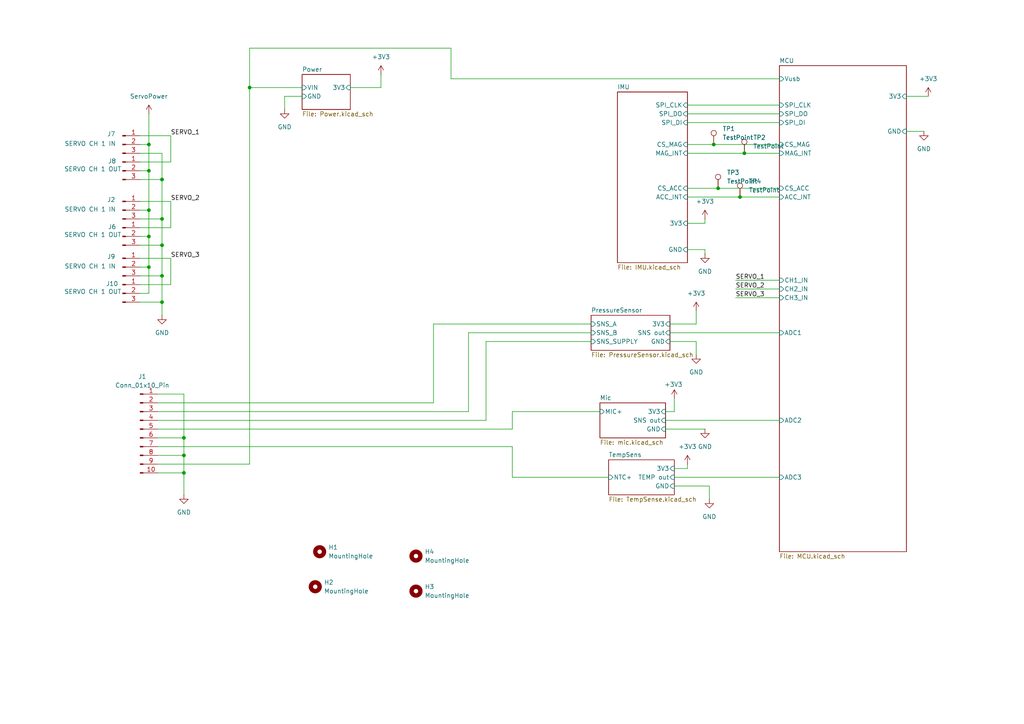
<source format=kicad_sch>
(kicad_sch (version 20250114) (generator "eeschema") (generator_version "9.0")
  (paper "A4")
  (lib_symbols
    (symbol "Connector:Conn_01x03_Pin" (pin_names (offset 1.016) (hide yes))
      (property "Reference" "J" (at 0 5.08 0))
      (property "Value" "Conn_01x03_Pin" (at 0 -5.08 0))
      (symbol "Conn_01x03_Pin_1_1"
        (rectangle (start 0.8636 2.667) (end 0 2.413) (stroke (width 0.1524)) (fill (type outline)))
        (rectangle (start 0.8636 0.127) (end 0 -0.127) (stroke (width 0.1524)) (fill (type outline)))
        (rectangle (start 0.8636 -2.413) (end 0 -2.667) (stroke (width 0.1524)) (fill (type outline)))
        (polyline (pts (xy 1.27 2.54) (xy 0.8636 2.54)) (stroke (width 0.1524)))
        (polyline (pts (xy 1.27 0) (xy 0.8636 0)) (stroke (width 0.1524)))
        (polyline (pts (xy 1.27 -2.54) (xy 0.8636 -2.54)) (stroke (width 0.1524)))
        (pin passive line (at 5.08 2.54 180) (length 3.81) (name "Pin_1") (number "1"))
        (pin passive line (at 5.08 0 180) (length 3.81) (name "Pin_2") (number "2"))
        (pin passive line (at 5.08 -2.54 180) (length 3.81) (name "Pin_3") (number "3"))
      )
    )
    (symbol "Connector:Conn_01x10_Pin" (pin_names (offset 1.016) (hide yes))
      (property "Reference" "J" (at 0 12.7 0))
      (property "Value" "Conn_01x10_Pin" (at 0 -15.24 0))
      (symbol "Conn_01x10_Pin_1_1"
        (rectangle (start 0.8636 10.287) (end 0 10.033) (stroke (width 0.1524)) (fill (type outline)))
        (rectangle (start 0.8636 7.747) (end 0 7.493) (stroke (width 0.1524)) (fill (type outline)))
        (rectangle (start 0.8636 5.207) (end 0 4.953) (stroke (width 0.1524)) (fill (type outline)))
        (rectangle (start 0.8636 2.667) (end 0 2.413) (stroke (width 0.1524)) (fill (type outline)))
        (rectangle (start 0.8636 0.127) (end 0 -0.127) (stroke (width 0.1524)) (fill (type outline)))
        (rectangle (start 0.8636 -2.413) (end 0 -2.667) (stroke (width 0.1524)) (fill (type outline)))
        (rectangle (start 0.8636 -4.953) (end 0 -5.207) (stroke (width 0.1524)) (fill (type outline)))
        (rectangle (start 0.8636 -7.493) (end 0 -7.747) (stroke (width 0.1524)) (fill (type outline)))
        (rectangle (start 0.8636 -10.033) (end 0 -10.287) (stroke (width 0.1524)) (fill (type outline)))
        (rectangle (start 0.8636 -12.573) (end 0 -12.827) (stroke (width 0.1524)) (fill (type outline)))
        (polyline (pts (xy 1.27 10.16) (xy 0.8636 10.16)) (stroke (width 0.1524)))
        (polyline (pts (xy 1.27 7.62) (xy 0.8636 7.62)) (stroke (width 0.1524)))
        (polyline (pts (xy 1.27 5.08) (xy 0.8636 5.08)) (stroke (width 0.1524)))
        (polyline (pts (xy 1.27 2.54) (xy 0.8636 2.54)) (stroke (width 0.1524)))
        (polyline (pts (xy 1.27 0) (xy 0.8636 0)) (stroke (width 0.1524)))
        (polyline (pts (xy 1.27 -2.54) (xy 0.8636 -2.54)) (stroke (width 0.1524)))
        (polyline (pts (xy 1.27 -5.08) (xy 0.8636 -5.08)) (stroke (width 0.1524)))
        (polyline (pts (xy 1.27 -7.62) (xy 0.8636 -7.62)) (stroke (width 0.1524)))
        (polyline (pts (xy 1.27 -10.16) (xy 0.8636 -10.16)) (stroke (width 0.1524)))
        (polyline (pts (xy 1.27 -12.7) (xy 0.8636 -12.7)) (stroke (width 0.1524)))
        (pin passive line (at 5.08 10.16 180) (length 3.81) (name "Pin_1") (number "1"))
        (pin passive line (at 5.08 7.62 180) (length 3.81) (name "Pin_2") (number "2"))
        (pin passive line (at 5.08 5.08 180) (length 3.81) (name "Pin_3") (number "3"))
        (pin passive line (at 5.08 2.54 180) (length 3.81) (name "Pin_4") (number "4"))
        (pin passive line (at 5.08 0 180) (length 3.81) (name "Pin_5") (number "5"))
        (pin passive line (at 5.08 -2.54 180) (length 3.81) (name "Pin_6") (number "6"))
        (pin passive line (at 5.08 -5.08 180) (length 3.81) (name "Pin_7") (number "7"))
        (pin passive line (at 5.08 -7.62 180) (length 3.81) (name "Pin_8") (number "8"))
        (pin passive line (at 5.08 -10.16 180) (length 3.81) (name "Pin_9") (number "9"))
        (pin passive line (at 5.08 -12.7 180) (length 3.81) (name "Pin_10") (number "10"))
      )
    )
    (symbol "Connector:TestPoint" (pin_numbers (hide yes)) (pin_names (offset 0.762) (hide yes))
      (property "Reference" "TP" (at 0 6.858 0))
      (property "Value" "TestPoint" (at 0 5.08 0))
      (symbol "TestPoint_0_1"
        (circle (center 0 3.302) (radius 0.762))
      )
      (symbol "TestPoint_1_1"
        (pin passive line (at 0 0 90) (length 2.54) (name "1") (number "1"))
      )
    )
    (symbol "Mechanical:MountingHole" (pin_names (offset 1.016)) (in_bom no)
      (property "Reference" "H" (at 0 5.08 0))
      (property "Value" "MountingHole" (at 0 3.175 0))
      (symbol "MountingHole_0_1"
        (circle (center 0 0) (radius 1.27) (stroke (width 1.27)))
      )
    )
    (symbol "power:+3V3" (power) (pin_numbers (hide yes)) (pin_names (offset 0) (hide yes))
      (property "Value" "+3V3" (at 0 3.556 0))
      (symbol "+3V3_0_1"
        (polyline (pts (xy -0.762 1.27) (xy 0 2.54)))
        (polyline (pts (xy 0 2.54) (xy 0.762 1.27)))
        (polyline (pts (xy 0 0) (xy 0 2.54)))
      )
      (symbol "+3V3_1_1"
        (pin power_in line (at 0 0 90) (length 0) (name "~") (number "1"))
      )
    )
    (symbol "power:GND" (power) (pin_numbers (hide yes)) (pin_names (offset 0) (hide yes))
      (property "Value" "GND" (at 0 -3.81 0))
      (symbol "GND_0_1"
        (polyline (pts (xy 0 0) (xy 0 -1.27) (xy 1.27 -1.27) (xy 0 -2.54) (xy -1.27 -1.27) (xy 0 -1.27)))
      )
      (symbol "GND_1_1"
        (pin power_in line (at 0 0 270) (length 0) (name "~") (number "1"))
      )
    )
  )
  (junction (at 43.18 68.58))
  (junction (at 46.99 71.12))
  (junction (at 46.99 52.07))
  (junction (at 43.18 77.47))
  (junction (at 215.9 44.45))
  (junction (at 214.63 57.15))
  (junction (at 43.18 49.53))
  (junction (at 46.99 87.63))
  (junction (at 53.34 137.16))
  (junction (at 46.99 63.5))
  (junction (at 53.34 132.08))
  (junction (at 207.01 41.91))
  (junction (at 46.99 80.01))
  (junction (at 53.34 127))
  (junction (at 43.18 60.96))
  (junction (at 208.28 54.61))
  (junction (at 43.18 41.91))
  (junction (at 72.39 25.4))
  (wire (pts (xy 46.99 80.01) (xy 46.99 87.63)))
  (wire (pts (xy 53.34 132.08) (xy 53.34 137.16)))
  (wire (pts (xy 40.64 71.12) (xy 46.99 71.12)))
  (wire (pts (xy 199.39 33.02) (xy 226.06 33.02)))
  (wire (pts (xy 199.39 41.91) (xy 207.01 41.91)))
  (wire (pts (xy 43.18 60.96) (xy 43.18 68.58)))
  (wire (pts (xy 45.72 134.62) (xy 72.39 134.62)))
  (wire (pts (xy 215.9 44.45) (xy 226.06 44.45)))
  (wire (pts (xy 40.64 52.07) (xy 46.99 52.07)))
  (wire (pts (xy 204.47 72.39) (xy 204.47 73.66)))
  (wire (pts (xy 40.64 46.99) (xy 49.53 46.99)))
  (wire (pts (xy 130.81 22.86) (xy 130.81 13.97)))
  (wire (pts (xy 49.53 39.37) (xy 40.64 39.37)))
  (wire (pts (xy 201.93 99.06) (xy 194.31 99.06)))
  (wire (pts (xy 194.31 96.52) (xy 226.06 96.52)))
  (wire (pts (xy 201.93 102.87) (xy 201.93 99.06)))
  (wire (pts (xy 205.74 144.78) (xy 205.74 140.97)))
  (wire (pts (xy 125.73 93.98) (xy 125.73 116.84)))
  (wire (pts (xy 194.31 93.98) (xy 201.93 93.98)))
  (wire (pts (xy 46.99 71.12) (xy 46.99 80.01)))
  (wire (pts (xy 195.58 138.43) (xy 226.06 138.43)))
  (wire (pts (xy 195.58 135.89) (xy 199.39 135.89)))
  (wire (pts (xy 43.18 33.02) (xy 43.18 41.91)))
  (wire (pts (xy 193.04 124.46) (xy 204.47 124.46)))
  (wire (pts (xy 213.36 83.82) (xy 226.06 83.82)))
  (wire (pts (xy 40.64 44.45) (xy 46.99 44.45)))
  (wire (pts (xy 193.04 119.38) (xy 195.58 119.38)))
  (wire (pts (xy 148.59 138.43) (xy 176.53 138.43)))
  (wire (pts (xy 125.73 116.84) (xy 45.72 116.84)))
  (wire (pts (xy 82.55 27.94) (xy 82.55 31.75)))
  (wire (pts (xy 46.99 87.63) (xy 46.99 91.44)))
  (wire (pts (xy 213.36 86.36) (xy 226.06 86.36)))
  (wire (pts (xy 110.49 21.59) (xy 110.49 25.4)))
  (wire (pts (xy 40.64 49.53) (xy 43.18 49.53)))
  (wire (pts (xy 171.45 96.52) (xy 135.89 96.52)))
  (wire (pts (xy 40.64 80.01) (xy 46.99 80.01)))
  (wire (pts (xy 43.18 85.09) (xy 40.64 85.09)))
  (wire (pts (xy 195.58 119.38) (xy 195.58 115.57)))
  (wire (pts (xy 45.72 129.54) (xy 148.59 129.54)))
  (wire (pts (xy 205.74 140.97) (xy 195.58 140.97)))
  (wire (pts (xy 43.18 41.91) (xy 43.18 49.53)))
  (wire (pts (xy 43.18 77.47) (xy 43.18 85.09)))
  (wire (pts (xy 40.64 87.63) (xy 46.99 87.63)))
  (wire (pts (xy 49.53 46.99) (xy 49.53 39.37)))
  (wire (pts (xy 40.64 77.47) (xy 43.18 77.47)))
  (wire (pts (xy 193.04 121.92) (xy 226.06 121.92)))
  (wire (pts (xy 171.45 93.98) (xy 125.73 93.98)))
  (wire (pts (xy 140.97 121.92) (xy 45.72 121.92)))
  (wire (pts (xy 148.59 119.38) (xy 173.99 119.38)))
  (wire (pts (xy 199.39 72.39) (xy 204.47 72.39)))
  (wire (pts (xy 199.39 135.89) (xy 199.39 134.62)))
  (wire (pts (xy 87.63 27.94) (xy 82.55 27.94)))
  (wire (pts (xy 45.72 124.46) (xy 148.59 124.46)))
  (wire (pts (xy 110.49 25.4) (xy 101.6 25.4)))
  (wire (pts (xy 208.28 54.61) (xy 226.06 54.61)))
  (wire (pts (xy 214.63 57.15) (xy 226.06 57.15)))
  (wire (pts (xy 46.99 52.07) (xy 46.99 63.5)))
  (wire (pts (xy 45.72 132.08) (xy 53.34 132.08)))
  (wire (pts (xy 148.59 124.46) (xy 148.59 119.38)))
  (wire (pts (xy 199.39 35.56) (xy 226.06 35.56)))
  (wire (pts (xy 45.72 127) (xy 53.34 127)))
  (wire (pts (xy 53.34 127) (xy 53.34 132.08)))
  (wire (pts (xy 140.97 99.06) (xy 140.97 121.92)))
  (wire (pts (xy 171.45 99.06) (xy 140.97 99.06)))
  (wire (pts (xy 207.01 41.91) (xy 226.06 41.91)))
  (wire (pts (xy 130.81 13.97) (xy 72.39 13.97)))
  (wire (pts (xy 199.39 30.48) (xy 226.06 30.48)))
  (wire (pts (xy 43.18 49.53) (xy 43.18 60.96)))
  (wire (pts (xy 45.72 137.16) (xy 53.34 137.16)))
  (wire (pts (xy 46.99 63.5) (xy 46.99 71.12)))
  (wire (pts (xy 204.47 64.77) (xy 204.47 63.5)))
  (wire (pts (xy 40.64 74.93) (xy 49.53 74.93)))
  (wire (pts (xy 40.64 41.91) (xy 43.18 41.91)))
  (wire (pts (xy 49.53 74.93) (xy 49.53 82.55)))
  (wire (pts (xy 199.39 54.61) (xy 208.28 54.61)))
  (wire (pts (xy 72.39 13.97) (xy 72.39 25.4)))
  (wire (pts (xy 53.34 114.3) (xy 53.34 127)))
  (wire (pts (xy 262.89 27.94) (xy 269.24 27.94)))
  (wire (pts (xy 213.36 81.28) (xy 226.06 81.28)))
  (wire (pts (xy 40.64 68.58) (xy 43.18 68.58)))
  (wire (pts (xy 226.06 22.86) (xy 130.81 22.86)))
  (wire (pts (xy 40.64 66.04) (xy 49.53 66.04)))
  (wire (pts (xy 135.89 119.38) (xy 45.72 119.38)))
  (wire (pts (xy 46.99 44.45) (xy 46.99 52.07)))
  (wire (pts (xy 40.64 60.96) (xy 43.18 60.96)))
  (wire (pts (xy 40.64 82.55) (xy 49.53 82.55)))
  (wire (pts (xy 45.72 114.3) (xy 53.34 114.3)))
  (wire (pts (xy 135.89 96.52) (xy 135.89 119.38)))
  (wire (pts (xy 199.39 44.45) (xy 215.9 44.45)))
  (wire (pts (xy 53.34 137.16) (xy 53.34 143.51)))
  (wire (pts (xy 40.64 63.5) (xy 46.99 63.5)))
  (wire (pts (xy 49.53 66.04) (xy 49.53 58.42)))
  (wire (pts (xy 49.53 58.42) (xy 40.64 58.42)))
  (wire (pts (xy 43.18 68.58) (xy 43.18 77.47)))
  (wire (pts (xy 148.59 129.54) (xy 148.59 138.43)))
  (wire (pts (xy 262.89 38.1) (xy 267.97 38.1)))
  (wire (pts (xy 201.93 93.98) (xy 201.93 90.17)))
  (wire (pts (xy 199.39 64.77) (xy 204.47 64.77)))
  (wire (pts (xy 72.39 134.62) (xy 72.39 25.4)))
  (wire (pts (xy 199.39 57.15) (xy 214.63 57.15)))
  (wire (pts (xy 72.39 25.4) (xy 87.63 25.4)))
  (label "SERVO_3" (at 49.53 74.93 0))
  (label "SERVO_2" (at 49.53 58.42 0))
  (label "SERVO_2" (at 213.36 83.82 0))
  (label "SERVO_1" (at 213.36 81.28 0))
  (label "SERVO_1" (at 49.53 39.37 0))
  (label "SERVO_3" (at 213.36 86.36 0))
  (symbol (lib_id "power:+3V3") (at 269.24 27.94 0) (unit 1)
    (property "Reference" "#PWR054" (effects (hide yes)))
    (property "Value" "+3V3" (at 269.24 22.86 0))
    (property "Description" "Power symbol creates a global label with name \"+3V3\"" (effects (hide yes)))
  )
  (symbol (lib_id "power:GND") (at 82.55 31.75 0) (unit 1)
    (property "Reference" "#PWR052" (effects (hide yes)))
    (property "Value" "GND" (at 82.55 36.83 0))
    (property "Description" "Power symbol creates a global label with name \"GND\" , ground" (effects (hide yes)))
  )
  (symbol (lib_id "power:GND") (at 201.93 102.87 0) (unit 1)
    (property "Reference" "#PWR047" (effects (hide yes)))
    (property "Value" "GND" (at 201.93 107.95 0))
    (property "Description" "Power symbol creates a global label with name \"GND\" , ground" (effects (hide yes)))
  )
  (symbol (lib_id "Mechanical:MountingHole") (at 92.71 160.02 0) (unit 1) (in_bom no)
    (property "Reference" "H1" (at 95.25 158.7499 0) (effects (justify left)))
    (property "Value" "MountingHole" (at 95.25 161.2899 0) (effects (justify left)))
    (property "Footprint" "MountingHole:MountingHole_3.2mm_M3" (effects (hide yes)))
    (property "Description" "Mounting Hole without connection" (effects (hide yes)))
  )
  (symbol (lib_id "power:GND") (at 53.34 143.51 0) (unit 1)
    (property "Reference" "#PWR060" (effects (hide yes)))
    (property "Value" "GND" (at 53.34 148.59 0))
    (property "Description" "Power symbol creates a global label with name \"GND\" , ground" (effects (hide yes)))
  )
  (symbol (lib_id "Connector:Conn_01x10_Pin") (at 40.64 124.46 0) (unit 1)
    (property "Reference" "J1" (at 41.275 109.22 0))
    (property "Value" "Conn_01x10_Pin" (at 41.275 111.76 0))
    (property "Footprint" "Connector_PinSocket_2.54mm:PinSocket_1x10_P2.54mm_Vertical" (effects (hide yes)))
    (property "Description" "Generic connector, single row, 01x10, script generated" (effects (hide yes)))
  )
  (symbol (lib_id "power:GND") (at 204.47 124.46 0) (unit 1)
    (property "Reference" "#PWR048" (effects (hide yes)))
    (property "Value" "GND" (at 204.47 129.54 0))
    (property "Description" "Power symbol creates a global label with name \"GND\" , ground" (effects (hide yes)))
  )
  (symbol (lib_id "power:+3V3") (at 204.47 63.5 0) (unit 1)
    (property "Reference" "#PWR053" (effects (hide yes)))
    (property "Value" "+3V3" (at 204.47 58.42 0))
    (property "Description" "Power symbol creates a global label with name \"+3V3\"" (effects (hide yes)))
  )
  (symbol (lib_id "power:GND") (at 204.47 73.66 0) (unit 1)
    (property "Reference" "#PWR050" (effects (hide yes)))
    (property "Value" "GND" (at 204.47 78.74 0))
    (property "Description" "Power symbol creates a global label with name \"GND\" , ground" (effects (hide yes)))
  )
  (symbol (lib_id "Connector:Conn_01x03_Pin") (at 35.56 60.96 0) (unit 1)
    (property "Reference" "J2" (at 32.258 57.912 0))
    (property "Value" "SERVO CH 1 IN" (at 26.162 60.706 0))
    (property "Footprint" "Connector_PinHeader_2.54mm:PinHeader_1x03_P2.54mm_Vertical" (effects (hide yes)))
    (property "Description" "Generic connector, single row, 01x03, script generated" (effects (hide yes)))
  )
  (symbol (lib_id "Connector:TestPoint") (at 207.01 41.91 0) (unit 1)
    (property "Reference" "TP1" (at 209.55 37.3379 0) (effects (justify left)))
    (property "Value" "TestPoint" (at 209.55 39.8779 0) (effects (justify left)))
    (property "Footprint" "TestPoint:TestPoint_Pad_1.0x1.0mm" (effects (hide yes)))
    (property "Description" "test point" (effects (hide yes)))
  )
  (symbol (lib_id "power:+3V3") (at 201.93 90.17 0) (unit 1)
    (property "Reference" "#PWR055" (effects (hide yes)))
    (property "Value" "+3V3" (at 201.93 85.09 0))
    (property "Description" "Power symbol creates a global label with name \"+3V3\"" (effects (hide yes)))
  )
  (symbol (lib_id "power:GND") (at 267.97 38.1 0) (unit 1)
    (property "Reference" "#PWR051" (effects (hide yes)))
    (property "Value" "GND" (at 267.97 43.18 0))
    (property "Description" "Power symbol creates a global label with name \"GND\" , ground" (effects (hide yes)))
  )
  (symbol (lib_id "Mechanical:MountingHole") (at 120.65 171.45 0) (unit 1) (in_bom no)
    (property "Reference" "H3" (at 123.19 170.1799 0) (effects (justify left)))
    (property "Value" "MountingHole" (at 123.19 172.7199 0) (effects (justify left)))
    (property "Footprint" "MountingHole:MountingHole_3.2mm_M3" (effects (hide yes)))
    (property "Description" "Mounting Hole without connection" (effects (hide yes)))
  )
  (symbol (lib_id "Connector:Conn_01x03_Pin") (at 35.56 41.91 0) (unit 1)
    (property "Reference" "J7" (at 32.258 38.862 0))
    (property "Value" "SERVO CH 1 IN" (at 26.162 41.656 0))
    (property "Footprint" "Connector_PinHeader_2.54mm:PinHeader_1x03_P2.54mm_Vertical" (effects (hide yes)))
    (property "Description" "Generic connector, single row, 01x03, script generated" (effects (hide yes)))
  )
  (symbol (lib_id "Connector:TestPoint") (at 214.63 57.15 0) (unit 1)
    (property "Reference" "TP4" (at 217.17 52.5779 0) (effects (justify left)))
    (property "Value" "TestPoint" (at 217.17 55.1179 0) (effects (justify left)))
    (property "Footprint" "TestPoint:TestPoint_Pad_1.0x1.0mm" (effects (hide yes)))
    (property "Description" "test point" (effects (hide yes)))
  )
  (symbol (lib_id "Mechanical:MountingHole") (at 120.65 161.29 0) (unit 1) (in_bom no)
    (property "Reference" "H4" (at 123.19 160.0199 0) (effects (justify left)))
    (property "Value" "MountingHole" (at 123.19 162.5599 0) (effects (justify left)))
    (property "Footprint" "MountingHole:MountingHole_3.2mm_M3" (effects (hide yes)))
    (property "Description" "Mounting Hole without connection" (effects (hide yes)))
  )
  (symbol (lib_id "power:GND") (at 46.99 91.44 0) (unit 1)
    (property "Reference" "#PWR059" (effects (hide yes)))
    (property "Value" "GND" (at 46.99 96.52 0))
    (property "Description" "Power symbol creates a global label with name \"GND\" , ground" (effects (hide yes)))
  )
  (symbol (lib_id "Connector:TestPoint") (at 208.28 54.61 0) (unit 1)
    (property "Reference" "TP3" (at 210.82 50.0379 0) (effects (justify left)))
    (property "Value" "TestPoint" (at 210.82 52.5779 0) (effects (justify left)))
    (property "Footprint" "TestPoint:TestPoint_Pad_1.0x1.0mm" (effects (hide yes)))
    (property "Description" "test point" (effects (hide yes)))
  )
  (symbol (lib_id "power:+3V3") (at 43.18 33.02 0) (unit 1)
    (property "Reference" "#PWR058" (effects (hide yes)))
    (property "Value" "ServoPower" (at 43.18 27.94 0))
    (property "Description" "Power symbol creates a global label with name \"+3V3\"" (effects (hide yes)))
  )
  (symbol (lib_id "power:GND") (at 205.74 144.78 0) (unit 1)
    (property "Reference" "#PWR049" (effects (hide yes)))
    (property "Value" "GND" (at 205.74 149.86 0))
    (property "Description" "Power symbol creates a global label with name \"GND\" , ground" (effects (hide yes)))
  )
  (symbol (lib_id "power:+3V3") (at 110.49 21.59 0) (unit 1)
    (property "Reference" "#PWR046" (effects (hide yes)))
    (property "Value" "+3V3" (at 110.49 16.51 0))
    (property "Description" "Power symbol creates a global label with name \"+3V3\"" (effects (hide yes)))
  )
  (symbol (lib_id "Mechanical:MountingHole") (at 91.44 170.18 0) (unit 1) (in_bom no)
    (property "Reference" "H2" (at 93.98 168.9099 0) (effects (justify left)))
    (property "Value" "MountingHole" (at 93.98 171.4499 0) (effects (justify left)))
    (property "Footprint" "MountingHole:MountingHole_3.2mm_M3" (effects (hide yes)))
    (property "Description" "Mounting Hole without connection" (effects (hide yes)))
  )
  (symbol (lib_id "Connector:Conn_01x03_Pin") (at 35.56 77.47 0) (unit 1)
    (property "Reference" "J9" (at 32.258 74.422 0))
    (property "Value" "SERVO CH 1 IN" (at 26.162 77.216 0))
    (property "Footprint" "Connector_PinHeader_2.54mm:PinHeader_1x03_P2.54mm_Vertical" (effects (hide yes)))
    (property "Description" "Generic connector, single row, 01x03, script generated" (effects (hide yes)))
  )
  (symbol (lib_id "Connector:Conn_01x03_Pin") (at 35.56 49.53 0) (unit 1)
    (property "Reference" "J8" (at 32.512 46.736 0))
    (property "Value" "SERVO CH 1 OUT" (at 26.924 49.022 0))
    (property "Footprint" "Connector_PinHeader_2.54mm:PinHeader_1x03_P2.54mm_Vertical" (effects (hide yes)))
    (property "Description" "Generic connector, single row, 01x03, script generated" (effects (hide yes)))
  )
  (symbol (lib_id "power:+3V3") (at 199.39 134.62 0) (unit 1)
    (property "Reference" "#PWR057" (effects (hide yes)))
    (property "Value" "+3V3" (at 199.39 129.54 0))
    (property "Description" "Power symbol creates a global label with name \"+3V3\"" (effects (hide yes)))
  )
  (symbol (lib_id "power:+3V3") (at 195.58 115.57 0) (unit 1)
    (property "Reference" "#PWR056" (effects (hide yes)))
    (property "Value" "+3V3" (at 195.326 111.506 0))
    (property "Description" "Power symbol creates a global label with name \"+3V3\"" (effects (hide yes)))
  )
  (symbol (lib_id "Connector:TestPoint") (at 215.9 44.45 0) (unit 1)
    (property "Reference" "TP2" (at 218.44 39.8779 0) (effects (justify left)))
    (property "Value" "TestPoint" (at 218.44 42.4179 0) (effects (justify left)))
    (property "Footprint" "TestPoint:TestPoint_Pad_1.0x1.0mm" (effects (hide yes)))
    (property "Description" "test point" (effects (hide yes)))
  )
  (symbol (lib_id "Connector:Conn_01x03_Pin") (at 35.56 85.09 0) (unit 1)
    (property "Reference" "J10" (at 32.512 82.296 0))
    (property "Value" "SERVO CH 1 OUT" (at 26.924 84.582 0))
    (property "Footprint" "Connector_PinHeader_2.54mm:PinHeader_1x03_P2.54mm_Vertical" (effects (hide yes)))
    (property "Description" "Generic connector, single row, 01x03, script generated" (effects (hide yes)))
  )
  (symbol (lib_id "Connector:Conn_01x03_Pin") (at 35.56 68.58 0) (unit 1)
    (property "Reference" "J6" (at 32.512 65.786 0))
    (property "Value" "SERVO CH 1 OUT" (at 26.924 68.072 0))
    (property "Footprint" "Connector_PinHeader_2.54mm:PinHeader_1x03_P2.54mm_Vertical" (effects (hide yes)))
    (property "Description" "Generic connector, single row, 01x03, script generated" (effects (hide yes)))
  )
  (sheet (at 176.53 133.35) (size 19.05 10.16) (stroke (width 0.1524))
    (property "Sheetname" "TempSens" (at 176.53 132.6384 0) (effects (justify left bottom)))
    (property "Sheetfile" "TempSense.kicad_sch" (at 176.53 144.0946 0) (effects (justify left top)))
    (pin "TEMP out" input (at 195.58 138.43 0))
    (pin "3V3" input (at 195.58 135.89 0))
    (pin "NTC+" input (at 176.53 138.43 180))
    (pin "GND" input (at 195.58 140.97 0))
  )
  (sheet (at 226.06 19.05) (size 36.83 140.97) (stroke (width 0.1524))
    (property "Sheetname" "MCU" (at 226.06 18.3384 0) (effects (justify left bottom)))
    (property "Sheetfile" "MCU.kicad_sch" (at 226.06 160.6046 0) (effects (justify left top)))
    (pin "SPI_CLK" input (at 226.06 30.48 180))
    (pin "MAG_INT" input (at 226.06 44.45 180))
    (pin "SPI_DO" input (at 226.06 33.02 180))
    (pin "Vusb" input (at 226.06 22.86 180))
    (pin "CS_MAG" input (at 226.06 41.91 180))
    (pin "3V3" input (at 262.89 27.94 0))
    (pin "ACC_INT" input (at 226.06 57.15 180))
    (pin "SPI_DI" input (at 226.06 35.56 180))
    (pin "CS_ACC" input (at 226.06 54.61 180))
    (pin "CH2_IN" input (at 226.06 83.82 180))
    (pin "CH1_IN" input (at 226.06 81.28 180))
    (pin "CH3_IN" input (at 226.06 86.36 180))
    (pin "ADC1" input (at 226.06 96.52 180))
    (pin "ADC3" input (at 226.06 138.43 180))
    (pin "ADC2" input (at 226.06 121.92 180))
    (pin "GND" input (at 262.89 38.1 0))
  )
  (sheet (at 171.45 91.44) (size 22.86 10.16) (stroke (width 0.1524))
    (property "Sheetname" "PressureSensor" (at 171.45 90.7284 0) (effects (justify left bottom)))
    (property "Sheetfile" "PressureSensor.kicad_sch" (at 171.45 102.1846 0) (effects (justify left top)))
    (pin "SNS out" input (at 194.31 96.52 0))
    (pin "GND" input (at 194.31 99.06 0))
    (pin "3V3" input (at 194.31 93.98 0))
    (pin "SNS_B" input (at 171.45 96.52 180))
    (pin "SNS_SUPPLY" input (at 171.45 99.06 180))
    (pin "SNS_A" input (at 171.45 93.98 180))
  )
  (sheet (at 179.07 26.67) (size 20.32 49.53) (stroke (width 0.1524))
    (property "Sheetname" "IMU" (at 179.07 25.9584 0) (effects (justify left bottom)))
    (property "Sheetfile" "IMU.kicad_sch" (at 179.07 76.7846 0) (effects (justify left top)))
    (pin "SPI_CLK" input (at 199.39 30.48 0))
    (pin "ACC_INT" input (at 199.39 57.15 0))
    (pin "SPI_DI" input (at 199.39 35.56 0))
    (pin "GND" input (at 199.39 72.39 0))
    (pin "SPI_DO" input (at 199.39 33.02 0))
    (pin "MAG_INT" input (at 199.39 44.45 0))
    (pin "CS_MAG" input (at 199.39 41.91 0))
    (pin "CS_ACC" input (at 199.39 54.61 0))
    (pin "3V3" input (at 199.39 64.77 0))
  )
  (sheet (at 173.99 116.84) (size 19.05 10.16) (stroke (width 0.1524))
    (property "Sheetname" "Mic" (at 173.99 116.1284 0) (effects (justify left bottom)))
    (property "Sheetfile" "mic.kicad_sch" (at 173.99 127.5846 0) (effects (justify left top)))
    (pin "SNS out" input (at 193.04 121.92 0))
    (pin "MIC+" input (at 173.99 119.38 180))
    (pin "3V3" input (at 193.04 119.38 0))
    (pin "GND" input (at 193.04 124.46 0))
  )
  (sheet (at 87.63 21.59) (size 13.97 10.16) (stroke (width 0.1524))
    (property "Sheetname" "Power" (at 87.63 20.8784 0) (effects (justify left bottom)))
    (property "Sheetfile" "Power.kicad_sch" (at 87.63 32.3346 0) (effects (justify left top)))
    (pin "GND" input (at 87.63 27.94 180))
    (pin "3V3" input (at 101.6 25.4 0))
    (pin "VIN" input (at 87.63 25.4 180))
  )
)
</source>
